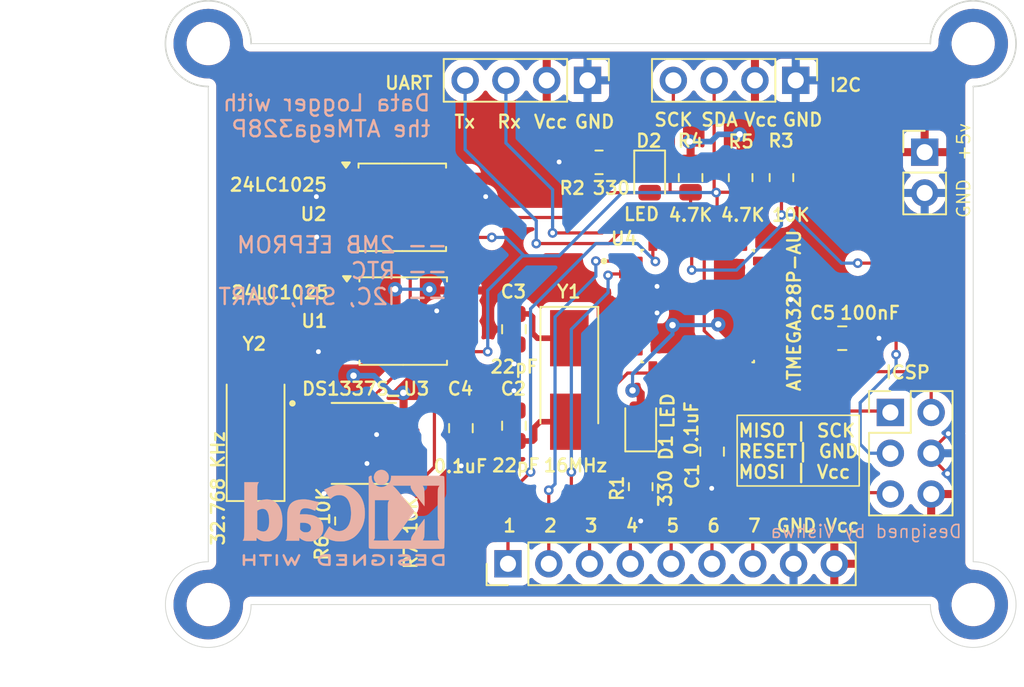
<source format=kicad_pcb>
(kicad_pcb (version 20240108) (generator "pcbnew") (generator_version "8.0")
  (title_block (title "MCU_DataLogger") (date "2025-02-11") (rev "2 Layer PCB"))
  (layers (0 "F.Cu" mixed) (31 "B.Cu" mixed) (34 "B.Paste" user) (35 "F.Paste" user) (36 "B.SilkS" user "B.Silkscreen") (37 "F.SilkS" user "F.Silkscreen") (38 "B.Mask" user) (39 "F.Mask" user) (44 "Edge.Cuts" user))
  (property "MCU_DataLogger" "MCU Data Logger with memory and clock")
  (net 0 "")
  (net 1 "GND")
  (net 2 "Net-(U4-PB0)")
  (net 3 "Net-(U4-PB7)")
  (net 4 "Net-(U4-PB6)")
  (net 5 "/Vcc")
  (net 6 "Net-(D1-K)")
  (net 7 "/SCK")
  (net 8 "Net-(D2-K)")
  (net 9 "/SDA")
  (net 10 "/TX")
  (net 11 "/RX")
  (net 12 "/D4")
  (net 13 "/D8")
  (net 14 "/D5")
  (net 15 "/D7")
  (net 16 "/D2")
  (net 17 "/D6")
  (net 18 "/D3")
  (net 19 "/MOSI")
  (net 20 "/RESET")
  (net 21 "/MISO")
  (net 22 "Net-(U3-~{INTA})")
  (net 23 "Net-(U3-SQW{slash}~INT)")
  (net 24 "Net-(U3-X1)")
  (net 25 "Net-(U3-X2)")
  (footprint "Connector_PinHeader_2.54mm:PinHeader_2x03_P2.54mm_Vertical" (layer "F.Cu") (at 138.9888 96.6216)
    (property "Reference" "J4" (hide yes))
    (property "Value" "Conn_02x03_Counter_Clockwise" (hide yes))
    (pad "1" thru_hole rect (at 0 0) (size 1.7 1.7) (drill 1) (layers "*.Cu" "*.Mask") (net 21 "/MISO"))
    (pad "2" thru_hole oval (at 2.54 0) (size 1.7 1.7) (drill 1) (layers "*.Cu" "*.Mask") (net 7 "/SCK"))
    (pad "3" thru_hole oval (at 0 2.54) (size 1.7 1.7) (drill 1) (layers "*.Cu" "*.Mask") (net 20 "/RESET"))
    (pad "4" thru_hole oval (at 2.54 2.54) (size 1.7 1.7) (drill 1) (layers "*.Cu" "*.Mask") (net 1 "GND"))
    (pad "5" thru_hole oval (at 0 5.08) (size 1.7 1.7) (drill 1) (layers "*.Cu" "*.Mask") (net 19 "/MOSI"))
    (pad "6" thru_hole oval (at 2.54 5.08) (size 1.7 1.7) (drill 1) (layers "*.Cu" "*.Mask") (net 5 "/Vcc"))
  )
  (footprint "Resistor_SMD:R_0805_2012Metric" (layer "F.Cu") (at 107.4 104 90)
    (property "Reference" "R7" (at -1.5748 1.7272 90) (layer "F.SilkS") (effects (font (size 0.8 0.8))))
    (property "Value" "10K" (at 0.9652 1.7272 90) (layer "F.SilkS") (effects (font (size 0.8 0.8))))
    (pad "1" smd roundrect (at -0.9125 0 90) (size 1.025 1.4) (layers "F.Cu" "F.Paste" "F.Mask") (roundrect_rratio 0.243902) (net 5 "/Vcc"))
    (pad "2" smd roundrect (at 0.9125 0 90) (size 1.025 1.4) (layers "F.Cu" "F.Paste" "F.Mask") (roundrect_rratio 0.243902) (net 23 "Net-(U3-SQW{slash}~INT)"))
  )
  (footprint "Resistor_SMD:R_0805_2012Metric" (layer "F.Cu") (at 120.85 81.05)
    (property "Reference" "R2" (at -1.6732 1.6016 0) (layer "F.SilkS") (effects (font (size 0.8 0.8))))
    (property "Value" "330" (at 0.7652 1.6016 0) (layer "F.SilkS") (effects (font (size 0.8 0.8))))
    (pad "1" smd roundrect (at -0.9125 0) (size 1.025 1.4) (layers "F.Cu" "F.Paste" "F.Mask") (roundrect_rratio 0.243902) (net 1 "GND"))
    (pad "2" smd roundrect (at 0.9125 0) (size 1.025 1.4) (layers "F.Cu" "F.Paste" "F.Mask") (roundrect_rratio 0.243902) (net 8 "Net-(D2-K)"))
  )
  (footprint "Crystal:Crystal_SMD_5032-2Pin_5.0x3.2mm_HandSoldering" (layer "F.Cu") (at 99.4664 97.5868 90)
    (property "Reference" "Y2" (at 5.2324 -0.0762 180) (layer "F.SilkS") (effects (font (size 0.8 0.8))))
    (property "Value" "32.768 KHz" (at -3.7592 -2.3368 90) (layer "F.SilkS") (effects (font (size 0.8 0.8))))
    (pad "1" smd rect (at -2.6 0 90) (size 3.5 2.4) (layers "F.Cu" "F.Paste" "F.Mask") (net 25 "Net-(U3-X2)"))
    (pad "2" smd rect (at 2.6 0 90) (size 3.5 2.4) (layers "F.Cu" "F.Paste" "F.Mask") (net 24 "Net-(U3-X1)"))
  )
  (footprint "Capacitor_SMD:C_0805_2012Metric" (layer "F.Cu") (at 127.889 99.06 90)
    (property "Reference" "C1" (at -1.5372 -1.2382 90) (layer "F.SilkS") (effects (font (size 0.8 0.8))))
    (property "Value" "0.1uF" (at 1.46 -1.289 90) (layer "F.SilkS") (effects (font (size 0.8 0.8))))
    (pad "1" smd roundrect (at -0.95 0 90) (size 1 1.45) (layers "F.Cu" "F.Paste" "F.Mask") (net 1 "GND"))
    (pad "2" smd roundrect (at 0.95 0 90) (size 1 1.45) (layers "F.Cu" "F.Paste" "F.Mask") (net 2 "Net-(U4-PB0)"))
  )
  (footprint "Package_SO:SOIC-8_5.23x5.23mm_P1.27mm" (layer "F.Cu") (at 108.6 83.85)
    (property "Reference" "U2" (at -5.5268 0.4272 180) (layer "F.SilkS") (effects (font (size 0.8 0.8))))
    (property "Value" "24LC1025" (at -7.7112 -1.4016 180) (layer "F.SilkS") (effects (font (size 0.8 0.8))))
    (pad "1" smd roundrect (at -3.6 -1.905) (size 1.6 0.6) (layers "F.Cu" "F.Paste" "F.Mask") (net 5 "/Vcc"))
    (pad "2" smd roundrect (at -3.6 -0.635) (size 1.6 0.6) (layers "F.Cu" "F.Paste" "F.Mask") (net 1 "GND"))
    (pad "3" smd roundrect (at -3.6 0.635) (size 1.6 0.6) (layers "F.Cu" "F.Paste" "F.Mask") (net 5 "/Vcc"))
    (pad "4" smd roundrect (at -3.6 1.905) (size 1.6 0.6) (layers "F.Cu" "F.Paste" "F.Mask") (net 1 "GND"))
    (pad "5" smd roundrect (at 3.6 1.905) (size 1.6 0.6) (layers "F.Cu" "F.Paste" "F.Mask") (net 9 "/SDA"))
    (pad "6" smd roundrect (at 3.6 0.635) (size 1.6 0.6) (layers "F.Cu" "F.Paste" "F.Mask") (net 7 "/SCK"))
    (pad "7" smd roundrect (at 3.6 -0.635) (size 1.6 0.6) (layers "F.Cu" "F.Paste" "F.Mask") (net 1 "GND"))
    (pad "8" smd roundrect (at 3.6 -1.905) (size 1.6 0.6) (layers "F.Cu" "F.Paste" "F.Mask") (net 5 "/Vcc"))
  )
  (footprint "DS1337S_:SOIC127P600X175-8N" (layer "F.Cu") (at 106.205 98.55)
    (property "Reference" "U3" (at 3.269 -3.4016 0) (layer "F.SilkS") (effects (font (size 0.8 0.8))))
    (property "Value" "DS1337S_" (at -0.8458 -3.4016 0) (layer "F.SilkS") (effects (font (size 0.8 0.8))))
    (pad "1" smd roundrect (at -2.475 -1.905) (size 1.97 0.59) (layers "F.Cu" "F.Paste" "F.Mask") (roundrect_rratio 0.125) (net 24 "Net-(U3-X1)"))
    (pad "2" smd roundrect (at -2.475 -0.635) (size 1.97 0.59) (layers "F.Cu" "F.Paste" "F.Mask") (roundrect_rratio 0.125) (net 25 "Net-(U3-X2)"))
    (pad "3" smd roundrect (at -2.475 0.635) (size 1.97 0.59) (layers "F.Cu" "F.Paste" "F.Mask") (roundrect_rratio 0.125) (net 22 "Net-(U3-~{INTA})"))
    (pad "4" smd roundrect (at -2.475 1.905) (size 1.97 0.59) (layers "F.Cu" "F.Paste" "F.Mask") (roundrect_rratio 0.125) (net 1 "GND"))
    (pad "5" smd roundrect (at 2.475 1.905) (size 1.97 0.59) (layers "F.Cu" "F.Paste" "F.Mask") (roundrect_rratio 0.125) (net 9 "/SDA"))
    (pad "6" smd roundrect (at 2.475 0.635) (size 1.97 0.59) (layers "F.Cu" "F.Paste" "F.Mask") (roundrect_rratio 0.125) (net 7 "/SCK"))
    (pad "7" smd roundrect (at 2.475 -0.635) (size 1.97 0.59) (layers "F.Cu" "F.Paste" "F.Mask") (roundrect_rratio 0.125) (net 23 "Net-(U3-SQW{slash}~INT)"))
    (pad "8" smd roundrect (at 2.475 -1.905) (size 1.97 0.59) (layers "F.Cu" "F.Paste" "F.Mask") (roundrect_rratio 0.125) (net 5 "/Vcc"))
  )
  (footprint "Resistor_SMD:R_0805_2012Metric" (layer "F.Cu") (at 129.667 82 -90)
    (property "Reference" "R5" (at -2.244 -0.0254 180) (layer "F.SilkS") (effects (font (size 0.8 0.8))))
    (property "Value" "4.7K" (at 2.328 -0.127 180) (layer "F.SilkS") (effects (font (size 0.8 0.8))))
    (pad "1" smd roundrect (at -0.9125 0 270) (size 1.025 1.4) (layers "F.Cu" "F.Paste" "F.Mask") (roundrect_rratio 0.243902) (net 5 "/Vcc"))
    (pad "2" smd roundrect (at 0.9125 0 270) (size 1.025 1.4) (layers "F.Cu" "F.Paste" "F.Mask") (roundrect_rratio 0.243902) (net 9 "/SDA"))
  )
  (footprint "MountingHole:MountingHole_2.2mm_M2" (layer "F.Cu") (at 96.519999 108.585)
    (property "Reference" "H1" (hide yes))
    (property "Value" "MountingHole" (hide yes))
    (pad "" np_thru_hole circle (at 0 0) (size 2.2 2.2) (drill 2.2) (layers "*.Cu" "*.Mask"))
  )
  (footprint "Resistor_SMD:R_0805_2012Metric" (layer "F.Cu") (at 105.156 103.378 90)
    (property "Reference" "R6" (at -1.6764 -1.5748 90) (layer "F.SilkS") (effects (font (size 0.8 0.8))))
    (property "Value" "10K" (at 0.9144 -1.4732 90) (layer "F.SilkS") (effects (font (size 0.8 0.8))))
    (pad "1" smd roundrect (at -0.9125 0 90) (size 1.025 1.4) (layers "F.Cu" "F.Paste" "F.Mask") (roundrect_rratio 0.243902) (net 5 "/Vcc"))
    (pad "2" smd roundrect (at 0.9125 0 90) (size 1.025 1.4) (layers "F.Cu" "F.Paste" "F.Mask") (roundrect_rratio 0.243902) (net 22 "Net-(U3-~{INTA})"))
  )
  (footprint "MountingHole:MountingHole_2.2mm_M2" (layer "F.Cu") (at 144.145 108.585)
    (property "Reference" "H4" (hide yes))
    (property "Value" "MountingHole" (hide yes))
    (pad "" np_thru_hole circle (at 0 0) (size 2.2 2.2) (drill 2.2) (layers "*.Cu" "*.Mask"))
  )
  (footprint "LED_SMD:LED_0805_2012Metric" (layer "F.Cu") (at 123.444 97.3605 90)
    (property "Reference" "D1" (at -1.4455 1.5748 90) (layer "F.SilkS") (effects (font (size 0.8 0.8))))
    (property "Value" "LED" (at 0.8405 1.6764 90) (layer "F.SilkS") (effects (font (size 0.8 0.8))))
    (pad "1" smd roundrect (at -0.9375 0 90) (size 0.975 1.4) (layers "F.Cu" "F.Paste" "F.Mask") (net 6 "Net-(D1-K)"))
    (pad "2" smd roundrect (at 0.9375 0 90) (size 0.975 1.4) (layers "F.Cu" "F.Paste" "F.Mask") (net 5 "/Vcc"))
  )
  (footprint "Resistor_SMD:R_0805_2012Metric" (layer "F.Cu") (at 123.444 101.2425 -90)
    (property "Reference" "R1" (at 0.1035 1.4732 90) (layer "F.SilkS") (effects (font (size 0.8 0.8))))
    (property "Value" "330" (at 0.1035 -1.524 90) (layer "F.SilkS") (effects (font (size 0.8 0.8))))
    (pad "1" smd roundrect (at -0.9125 0 270) (size 1.025 1.4) (layers "F.Cu" "F.Paste" "F.Mask") (roundrect_rratio 0.243902) (net 6 "Net-(D1-K)"))
    (pad "2" smd roundrect (at 0.9125 0 270) (size 1.025 1.4) (layers "F.Cu" "F.Paste" "F.Mask") (roundrect_rratio 0.243902) (net 1 "GND"))
  )
  (footprint "MountingHole:MountingHole_2.2mm_M2" (layer "F.Cu") (at 96.52 73.66)
    (property "Reference" "H2" (hide yes))
    (property "Value" "MountingHole" (hide yes))
    (pad "" np_thru_hole circle (at 0 0) (size 2.2 2.2) (drill 2.2) (layers "*.Cu" "*.Mask"))
  )
  (footprint "Capacitor_SMD:C_0805_2012Metric" (layer "F.Cu") (at 115.55 91.44 90)
    (property "Reference" "C3" (at 2.3368 -0.0308 180) (layer "F.SilkS") (effects (font (size 0.8 0.8))))
    (property "Value" "22pF" (at -2.3368 0.02 180) (layer "F.SilkS") (effects (font (size 0.8 0.8))))
    (pad "1" smd roundrect (at -0.95 0 90) (size 1 1.45) (layers "F.Cu" "F.Paste" "F.Mask") (net 1 "GND"))
    (pad "2" smd roundrect (at 0.95 0 90) (size 1 1.45) (layers "F.Cu" "F.Paste" "F.Mask") (net 4 "Net-(U4-PB6)"))
  )
  (footprint "Connector_PinHeader_2.54mm:PinHeader_1x04_P2.54mm_Vertical" (layer "F.Cu") (at 120.132 75.946 -90)
    (property "Reference" "J2" (hide yes))
    (property "Value" "Conn_01x04_Pin" (hide yes))
    (pad "1" thru_hole rect (at 0 0 270) (size 1.7 1.7) (drill 1) (layers "*.Cu" "*.Mask") (net 1 "GND"))
    (pad "2" thru_hole oval (at 0 2.54 270) (size 1.7 1.7) (drill 1) (layers "*.Cu" "*.Mask") (net 5 "/Vcc"))
    (pad "3" thru_hole oval (at 0 5.08 270) (size 1.7 1.7) (drill 1) (layers "*.Cu" "*.Mask") (net 11 "/RX"))
    (pad "4" thru_hole oval (at 0 7.62 270) (size 1.7 1.7) (drill 1) (layers "*.Cu" "*.Mask") (net 10 "/TX"))
  )
  (footprint "Capacitor_SMD:C_0805_2012Metric" (layer "F.Cu") (at 115.55 97.45 -90)
    (property "Reference" "C2" (at -2.3016 0.0308 180) (layer "F.SilkS") (effects (font (size 0.8 0.8))))
    (property "Value" "22pF" (at 2.4736 -0.1216 180) (layer "F.SilkS") (effects (font (size 0.8 0.8))))
    (pad "1" smd roundrect (at -0.95 0 270) (size 1 1.45) (layers "F.Cu" "F.Paste" "F.Mask") (net 1 "GND"))
    (pad "2" smd roundrect (at 0.95 0 270) (size 1 1.45) (layers "F.Cu" "F.Paste" "F.Mask") (net 3 "Net-(U4-PB7)"))
  )
  (footprint "Connector_PinHeader_2.54mm:PinHeader_1x09_P2.54mm_Vertical" (layer "F.Cu") (at 115.18 106.045 90)
    (property "Reference" "J3" (hide yes))
    (property "Value" "Conn_01x09_Pin" (hide yes))
    (pad "1" thru_hole rect (at 0 0 90) (size 1.7 1.7) (drill 1) (layers "*.Cu" "*.Mask") (net 16 "/D2"))
    (pad "2" thru_hole oval (at 0 2.54 90) (size 1.7 1.7) (drill 1) (layers "*.Cu" "*.Mask") (net 18 "/D3"))
    (pad "3" thru_hole oval (at 0 5.08 90) (size 1.7 1.7) (drill 1) (layers "*.Cu" "*.Mask") (net 12 "/D4"))
    (pad "4" thru_hole oval (at 0 7.62 90) (size 1.7 1.7) (drill 1) (layers "*.Cu" "*.Mask") (net 14 "/D5"))
    (pad "5" thru_hole oval (at 0 10.16 90) (size 1.7 1.7) (drill 1) (layers "*.Cu" "*.Mask") (net 17 "/D6"))
    (pad "6" thru_hole oval (at 0 12.7 90) (size 1.7 1.7) (drill 1) (layers "*.Cu" "*.Mask") (net 15 "/D7"))
    (pad "7" thru_hole oval (at 0 15.24 90) (size 1.7 1.7) (drill 1) (layers "*.Cu" "*.Mask") (net 13 "/D8"))
    (pad "8" thru_hole oval (at 0 17.78 90) (size 1.7 1.7) (drill 1) (layers "*.Cu" "*.Mask") (net 1 "GND"))
    (pad "9" thru_hole oval (at 0 20.32 90) (size 1.7 1.7) (drill 1) (layers "*.Cu" "*.Mask") (net 5 "/Vcc"))
  )
  (footprint "Package_SO:SOIC-8_5.23x5.23mm_P1.27mm" (layer "F.Cu") (at 108.658 90.932)
    (property "Reference" "U1" (at -5.534 0 180) (layer "F.SilkS") (effects (font (size 0.8 0.8))))
    (property "Value" "24LC1025" (at -7.6676 -1.778 180) (layer "F.SilkS") (effects (font (size 0.8 0.8))))
    (pad "1" smd roundrect (at -3.6 -1.905) (size 1.6 0.6) (layers "F.Cu" "F.Paste" "F.Mask") (net 5 "/Vcc"))
    (pad "2" smd roundrect (at -3.6 -0.635) (size 1.6 0.6) (layers "F.Cu" "F.Paste" "F.Mask") (net 5 "/Vcc"))
    (pad "3" smd roundrect (at -3.6 0.635) (size 1.6 0.6) (layers "F.Cu" "F.Paste" "F.Mask") (net 5 "/Vcc"))
    (pad "4" smd roundrect (at -3.6 1.905) (size 1.6 0.6) (layers "F.Cu" "F.Paste" "F.Mask") (net 1 "GND"))
    (pad "5" smd roundrect (at 3.6 1.905) (size 1.6 0.6) (layers "F.Cu" "F.Paste" "F.Mask") (net 9 "/SDA"))
    (pad "6" smd roundrect (at 3.6 0.635) (size 1.6 0.6) (layers "F.Cu" "F.Paste" "F.Mask") (net 7 "/SCK"))
    (pad "7" smd roundrect (at 3.6 -0.635) (size 1.6 0.6) (layers "F.Cu" "F.Paste" "F.Mask") (net 1 "GND"))
    (pad "8" smd roundrect (at 3.6 -1.905) (size 1.6 0.6) (layers "F.Cu" "F.Paste" "F.Mask") (net 5 "/Vcc"))
  )
  (footprint "Connector_PinHeader_2.54mm:PinHeader_1x02_P2.54mm_Vertical" (layer "F.Cu") (at 141.1224 80.4164)
    (property "Reference" "BT1" (hide yes))
    (property "Value" "Battery_Cell" (hide yes))
    (pad "1" thru_hole rect (at 0 0) (size 1.7 1.7) (drill 1) (layers "*.Cu" "*.Mask") (net 5 "/Vcc"))
    (pad "2" thru_hole oval (at 0 2.54) (size 1.7 1.7) (drill 1) (layers "*.Cu" "*.Mask") (net 1 "GND"))
  )
  (footprint "Resistor_SMD:R_0805_2012Metric" (layer "F.Cu") (at 126.55 82 -90)
    (property "Reference" "R4" (at -2.2948 0.0072 180) (layer "F.SilkS") (effects (font (size 0.8 0.8))))
    (property "Value" "4.7K" (at 2.328 0.0072 180) (layer "F.SilkS") (effects (font (size 0.8 0.8))))
    (pad "1" smd roundrect (at -0.9125 0 270) (size 1.025 1.4) (layers "F.Cu" "F.Paste" "F.Mask") (roundrect_rratio 0.243902) (net 5 "/Vcc"))
    (pad "2" smd roundrect (at 0.9125 0 270) (size 1.025 1.4) (layers "F.Cu" "F.Paste" "F.Mask") (roundrect_rratio 0.243902) (net 7 "/SCK"))
  )
  (footprint "Capacitor_SMD:C_0805_2012Metric" (layer "F.Cu") (at 112.25 97.6 -90)
    (property "Reference" "C4" (at -2.4516 0.0328 180) (layer "F.SilkS") (effects (font (size 0.8 0.8))))
    (property "Value" "0.1uF" (at 2.3744 0.0328 180) (layer "F.SilkS") (effects (font (size 0.8 0.8))))
    (pad "1" smd roundrect (at -0.95 0 270) (size 1 1.45) (layers "F.Cu" "F.Paste" "F.Mask") (net 5 "/Vcc"))
    (pad "2" smd roundrect (at 0.95 0 270) (size 1 1.45) (layers "F.Cu" "F.Paste" "F.Mask") (net 1 "GND"))
  )
  (footprint "MountingHole:MountingHole_2.2mm_M2" (layer "F.Cu") (at 144.145 73.66)
    (property "Reference" "H3" (hide yes))
    (property "Value" "MountingHole" (hide yes))
    (pad "" np_thru_hole circle (at 0 0) (size 2.2 2.2) (drill 2.2) (layers "*.Cu" "*.Mask"))
  )
  (footprint "ATMEGA328P-AU:QFP80P900X900X120-32N" (layer "F.Cu") (at 127 90)
    (property "Reference" "U4" (at -4.6 -4.2 180) (layer "F.SilkS") (effects (font (size 0.8 0.8))))
    (property "Value" "ATMEGA328P-AU" (at 5.9944 0.2716 -90) (layer "F.SilkS") (effects (font (size 0.8 0.8))))
    (pad "1" smd roundrect (at -4.17 -2.8) (size 1.47 0.55) (layers "F.Cu" "F.Paste" "F.Mask") (roundrect_rratio 0.125) (net 18 "/D3"))
    (pad "2" smd roundrect (at -4.17 -2) (size 1.47 0.55) (layers "F.Cu" "F.Paste" "F.Mask") (roundrect_rratio 0.125) (net 12 "/D4"))
    (pad "3" smd roundrect (at -4.17 -1.2) (size 1.47 0.55) (layers "F.Cu" "F.Paste" "F.Mask") (roundrect_rratio 0.125) (net 1 "GND"))
    (pad "4" smd roundrect (at -4.17 -0.4) (size 1.47 0.55) (layers "F.Cu" "F.Paste" "F.Mask") (roundrect_rratio 0.125) (net 5 "/Vcc"))
    (pad "5" smd roundrect (at -4.17 0.4) (size 1.47 0.55) (layers "F.Cu" "F.Paste" "F.Mask") (roundrect_rratio 0.125) (net 1 "GND"))
    (pad "6" smd roundrect (at -4.17 1.2) (size 1.47 0.55) (layers "F.Cu" "F.Paste" "F.Mask") (roundrect_rratio 0.125) (net 5 "/Vcc"))
    (pad "7" smd roundrect (at -4.17 2) (size 1.47 0.55) (layers "F.Cu" "F.Paste" "F.Mask") (roundrect_rratio 0.125) (net 4 "Net-(U4-PB6)"))
    (pad "8" smd roundrect (at -4.17 2.8) (size 1.47 0.55) (layers "F.Cu" "F.Paste" "F.Mask") (roundrect_rratio 0.125) (net 3 "Net-(U4-PB7)"))
    (pad "9" smd roundrect (at -2.8 4.17) (size 0.55 1.47) (layers "F.Cu" "F.Paste" "F.Mask") (roundrect_rratio 0.125) (net 14 "/D5"))
    (pad "10" smd roundrect (at -2 4.17) (size 0.55 1.47) (layers "F.Cu" "F.Paste" "F.Mask") (roundrect_rratio 0.125) (net 17 "/D6"))
    (pad "11" smd roundrect (at -1.2 4.17) (size 0.55 1.47) (layers "F.Cu" "F.Paste" "F.Mask") (roundrect_rratio 0.125) (net 15 "/D7"))
    (pad "12" smd roundrect (at -0.4 4.17) (size 0.55 1.47) (layers "F.Cu" "F.Paste" "F.Mask") (roundrect_rratio 0.125) (net 2 "Net-(U4-PB0)"))
    (pad "13" smd roundrect (at 0.4 4.17) (size 0.55 1.47) (layers "F.Cu" "F.Paste" "F.Mask") (roundrect_rratio 0.125) (net 13 "/D8"))
    (pad "14" smd roundrect (at 1.2 4.17) (size 0.55 1.47) (layers "F.Cu" "F.Paste" "F.Mask") (roundrect_rratio 0.125))
    (pad "15" smd roundrect (at 2 4.17) (size 0.55 1.47) (layers "F.Cu" "F.Paste" "F.Mask") (roundrect_rratio 0.125) (net 19 "/MOSI"))
    (pad "16" smd roundrect (at 2.8 4.17) (size 0.55 1.47) (layers "F.Cu" "F.Paste" "F.Mask") (roundrect_rratio 0.125) (net 21 "/MISO"))
    (pad "17" smd roundrect (at 4.17 2.8) (size 1.47 0.55) (layers "F.Cu" "F.Paste" "F.Mask") (roundrect_rratio 0.125) (net 7 "/SCK"))
    (pad "18" smd roundrect (at 4.17 2) (size 1.47 0.55) (layers "F.Cu" "F.Paste" "F.Mask") (roundrect_rratio 0.125) (net 5 "/Vcc"))
    (pad "19" smd roundrect (at 4.17 1.2) (size 1.47 0.55) (layers "F.Cu" "F.Paste" "F.Mask") (roundrect_rratio 0.125))
    (pad "20" smd roundrect (at 4.17 0.4) (size 1.47 0.55) (layers "F.Cu" "F.Paste" "F.Mask") (roundrect_rratio 0.125))
    (pad "21" smd roundrect (at 4.17 -0.4) (size 1.47 0.55) (layers "F.Cu" "F.Paste" "F.Mask") (roundrect_rratio 0.125) (net 1 "GND"))
    (pad "22" smd roundrect (at 4.17 -1.2) (size 1.47 0.55) (layers "F.Cu" "F.Paste" "F.Mask") (roundrect_rratio 0.125))
    (pad "23" smd roundrect (at 4.17 -2) (size 1.47 0.55) (layers "F.Cu" "F.Paste" "F.Mask") (roundrect_rratio 0.125))
    (pad "24" smd roundrect (at 4.17 -2.8) (size 1.47 0.55) (layers "F.Cu" "F.Paste" "F.Mask") (roundrect_rratio 0.125))
    (pad "25" smd roundrect (at 2.8 -4.17) (size 0.55 1.47) (layers "F.Cu" "F.Paste" "F.Mask") (roundrect_rratio 0.125))
    (pad "26" smd roundrect (at 2 -4.17) (size 0.55 1.47) (layers "F.Cu" "F.Paste" "F.Mask") (roundrect_rratio 0.125))
    (pad "27" smd roundrect (at 1.2 -4.17) (size 0.55 1.47) (layers "F.Cu" "F.Paste" "F.Mask") (roundrect_rratio 0.125) (net 9 "/SDA"))
    (pad "28" smd roundrect (at 0.4 -4.17) (size 0.55 1.47) (layers "F.Cu" "F.Paste" "F.Mask") (roundrect_rratio 0.125) (net 7 "/SCK"))
    (pad "29" smd roundrect (at -0.4 -4.17) (size 0.55 1.47) (layers "F.Cu" "F.Paste" "F.Mask") (roundrect_rratio 0.125) (net 20 "/RESET"))
    (pad "30" smd roundrect (at -1.2 -4.17) (size 0.55 1.47) (layers "F.Cu" "F.Paste" "F.Mask") (roundrect_rratio 0.125) (net 11 "/RX"))
    (pad "31" smd roundrect (at -2 -4.17) (size 0.55 1.47) (layers "F.Cu" "F.Paste" "F.Mask") (roundrect_rratio 0.125) (net 10 "/TX"))
    (pad "32" smd roundrect (at -2.8 -4.17) (size 0.55 1.47) (layers "F.Cu" "F.Paste" "F.Mask") (roundrect_rratio 0.125) (net 16 "/D2"))
  )
  (footprint "LED_SMD:LED_0805_2012Metric" (layer "F.Cu") (at 124 82 -90)
    (property "Reference" "D2" (at -2.2948 0.048 180) (layer "F.SilkS") (effects (font (size 0.8 0.8))))
    (property "Value" "LED" (at 2.2772 0.5052 180) (layer "F.SilkS") (effects (font (size 0.8 0.8))))
    (pad "1" smd roundrect (at -0.9375 0 270) (size 0.975 1.4) (layers "F.Cu" "F.Paste" "F.Mask") (net 8 "Net-(D2-K)"))
    (pad "2" smd roundrect (at 0.9375 0 270) (size 0.975 1.4) (layers "F.Cu" "F.Paste" "F.Mask") (net 7 "/SCK"))
  )
  (footprint "Resistor_SMD:R_0805_2012Metric" (layer "F.Cu") (at 132.207 82 -90)
    (property "Reference" "R3" (at -2.2948 0.0254 180) (layer "F.SilkS") (effects (font (size 0.8 0.8))))
    (property "Value" "10K" (at 2.328 -0.5842 180) (layer "F.SilkS") (effects (font (size 0.8 0.8))))
    (pad "1" smd roundrect (at -0.9125 0 270) (size 1.025 1.4) (layers "F.Cu" "F.Paste" "F.Mask") (roundrect_rratio 0.243902) (net 5 "/Vcc"))
    (pad "2" smd roundrect (at 0.9125 0 270) (size 1.025 1.4) (layers "F.Cu" "F.Paste" "F.Mask") (roundrect_rratio 0.243902) (net 20 "/RESET"))
  )
  (footprint "Crystal:Crystal_SMD_5032-2Pin_5.0x3.2mm_HandSoldering" (layer "F.Cu") (at 119 94.6 -90)
    (property "Reference" "Y1" (at -5.4968 0.0264 180) (layer "F.SilkS") (effects (font (size 0.8 0.8))))
    (property "Value" "16MHz" (at 5.3236 -0.38 0) (layer "F.SilkS") (effects (font (size 0.8 0.8))))
    (pad "1" smd rect (at -2.6 0 270) (size 3.5 2.4) (layers "F.Cu" "F.Paste" "F.Mask") (net 4 "Net-(U4-PB6)"))
    (pad "2" smd rect (at 2.6 0 270) (size 3.5 2.4) (layers "F.Cu" "F.Paste" "F.Mask") (net 3 "Net-(U4-PB7)"))
  )
  (footprint "Capacitor_SMD:C_0805_2012Metric" (layer "F.Cu") (at 135.9916 91.9988)
    (property "Reference" "C5" (at -1.2192 -1.5748 0) (layer "F.SilkS") (effects (font (size 0.8 0.8))))
    (property "Value" "100nF" (at 1.7272 -1.5748 0) (layer "F.SilkS") (effects (font (size 0.8 0.8))))
    (pad "1" smd roundrect (at -0.95 0) (size 1 1.45) (layers "F.Cu" "F.Paste" "F.Mask") (net 5 "/Vcc"))
    (pad "2" smd roundrect (at 0.95 0) (size 1 1.45) (layers "F.Cu" "F.Paste" "F.Mask") (net 1 "GND"))
  )
  (footprint "Connector_PinHeader_2.54mm:PinHeader_1x04_P2.54mm_Vertical" (layer "F.Cu") (at 133.096 75.946 -90)
    (property "Reference" "J1" (hide yes))
    (property "Value" "Conn_01x04_Pin" (hide yes))
    (pad "1" thru_hole rect (at 0 0 270) (size 1.7 1.7) (drill 1) (layers "*.Cu" "*.Mask") (net 1 "GND"))
    (pad "2" thru_hole oval (at 0 2.54 270) (size 1.7 1.7) (drill 1) (layers "*.Cu" "*.Mask") (net 5 "/Vcc"))
    (pad "3" thru_hole oval (at 0 5.08 270) (size 1.7 1.7) (drill 1) (layers "*.Cu" "*.Mask") (net 9 "/SDA"))
    (pad "4" thru_hole oval (at 0 7.62 270) (size 1.7 1.7) (drill 1) (layers "*.Cu" "*.Mask") (net 7 "/SCK"))
  )
  (footprint "Symbol:KiCad-Logo2_5mm_SilkScreen" (layer "B.Cu") (at 104.9528 103.1748 180)
    (property "Reference" "REF**" (hide yes))
    (property "Value" "KiCad-Logo2_5mm_SilkScreen" (hide yes))
  )
  (gr_rect (start 129.4484 96.8) (end 137.0484 101.2) (stroke (width 0.1)) (fill none) (layer "F.SilkS"))
  (gr_arc (start 96.52 76.327) (mid 94.634146 71.774146) (end 99.187 73.66) (stroke (width 0.1)) (layer "Edge.Cuts"))
  (gr_line (start 96.52 76.327) (end 96.52 105.918) (stroke (width 0.05)) (layer "Edge.Cuts"))
  (gr_line (start 144.145 105.918) (end 144.145 76.327) (stroke (width 0.05)) (layer "Edge.Cuts"))
  (gr_arc (start 144.145 105.918) (mid 146.030854 110.470854) (end 141.478 108.585) (stroke (width 0.05)) (layer "Edge.Cuts"))
  (gr_arc (start 141.478 73.66) (mid 146.030854 71.774146) (end 144.145 76.327) (stroke (width 0.1)) (layer "Edge.Cuts"))
  (gr_arc (start 99.187 108.585) (mid 94.634146 110.470854) (end 96.52 105.918) (stroke (width 0.05)) (layer "Edge.Cuts"))
  (gr_line (start 99.187 108.585) (end 141.478 108.585) (stroke (width 0.05)) (layer "Edge.Cuts"))
  (gr_line (start 141.478 73.66) (end 99.187 73.66) (stroke (width 0.05)) (layer "Edge.Cuts"))
  (gr_text "-- 2MB EEPROM\n-- RTC\n-- I2C, SPI, UART " (at 111.5 90 0) (layer "B.SilkS") (effects (font (size 1 1)) (justify left bottom mirror)))
  (gr_text "Designed by Vishwa" (at 143.5 104.5 0) (layer "B.SilkS") (effects (font (size 0.8 0.8) (thickness 0.1)) (justify left bottom mirror)))
  (gr_text "Data Logger with\nthe ATMega328P" (at 110.4392 79.5528 0) (layer "B.SilkS") (effects (font (size 1 1)) (justify left bottom mirror)))
  (gr_text "UART" (at 107.442 76.581 0) (layer "F.SilkS") (effects (font (size 0.8 0.8) (thickness 0.15) (bold yes)) (justify left bottom)))
  (gr_text "MISO | SCK\nRESET| GND\nMOSI | Vcc" (at 129.4484 100.8 0) (layer "F.SilkS") (effects (font (size 0.8 0.8)) (justify left bottom)))
  (gr_text "SCK" (at 124.206 78.867 0) (layer "F.SilkS") (effects (font (size 0.8 0.8) (thickness 0.15) (bold yes)) (justify left bottom)))
  (gr_text "6" (at 127.508 104.14 0) (layer "F.SilkS") (effects (font (size 0.8 0.8) (thickness 0.15) (bold yes)) (justify left bottom)))
  (gr_text "3" (at 119.888 104.14 0) (layer "F.SilkS") (effects (font (size 0.8 0.8) (thickness 0.15) (bold yes)) (justify left bottom)))
  (gr_text "5" (at 124.968 104.14 0) (layer "F.SilkS") (effects (font (size 0.8 0.8) (thickness 0.15) (bold yes)) (justify left bottom)))
  (gr_text "SDA" (at 127.127 78.867 0) (layer "F.SilkS") (effects (font (size 0.8 0.8) (thickness 0.15) (bold yes)) (justify left bottom)))
  (gr_text "Vcc" (at 134.874 104.14 0) (layer "F.SilkS") (effects (font (size 0.8 0.8) (thickness 0.15) (bold yes)) (justify left bottom)))
  (gr_text "4" (at 122.428 104.14 0) (layer "F.SilkS") (effects (font (size 0.8 0.8) (thickness 0.15) (bold yes)) (justify left bottom)))
  (gr_text "GND" (at 119.253 78.994 0) (layer "F.SilkS") (effects (font (size 0.8 0.8) (thickness 0.15) (bold yes)) (justify left bottom)))
  (gr_text "GND" (at 144.018 84.582 90) (layer "F.SilkS") (effects (font (size 0.8 0.8) (thickness 0.1)) (justify left bottom)))
  (gr_text "ICSP" (at 138.6 94.6 0) (layer "F.SilkS") (effects (font (size 0.8 0.8) (thickness 0.15) (bold yes)) (justify left bottom)))
  (gr_text "Rx" (at 114.427 78.994 0) (layer "F.SilkS") (effects (font (size 0.8 0.8) (thickness 0.15) (bold yes)) (justify left bottom)))
  (gr_text "I2C" (at 135.128 76.708 0) (layer "F.SilkS") (effects (font (size 0.8 0.8) (thickness 0.15) (bold yes)) (justify left bottom)))
  (gr_text "+5v" (at 144.018 81.026 90) (layer "F.SilkS") (effects (font (size 0.8 0.8) (thickness 0.1)) (justify left bottom)))
  (gr_text "7" (at 130.048 104.14 0) (layer "F.SilkS") (effects (font (size 0.8 0.8) (thickness 0.15) (bold yes)) (justify left bottom)))
  (gr_text "GND" (at 132.207 78.867 0) (layer "F.SilkS") (effects (font (size 0.8 0.8) (thickness 0.15) (bold yes)) (justify left bottom)))
  (gr_text "GND" (at 131.826 104.14 0) (layer "F.SilkS") (effects (font (size 0.8 0.8) (thickness 0.15) (bold yes)) (justify left bottom)))
  (gr_text "2\n" (at 117.348 104.14 0) (layer "F.SilkS") (effects (font (size 0.8 0.8) (thickness 0.15) (bold yes)) (justify left bottom)))
  (gr_text "Vcc" (at 129.794 78.867 0) (layer "F.SilkS") (effects (font (size 0.8 0.8) (thickness 0.15) (bold yes)) (justify left bottom)))
  (gr_text "Tx" (at 111.76 78.994 0) (layer "F.SilkS") (effects (font (size 0.8 0.8) (thickness 0.15) (bold yes)) (justify left bottom)))
  (gr_text "Vcc" (at 116.713 78.994 0) (layer "F.SilkS") (effects (font (size 0.8 0.8) (thickness 0.15) (bold yes)) (justify left bottom)))
  (gr_text "1" (at 114.808 104.14 0) (layer "F.SilkS") (effects (font (size 0.8 0.8) (thickness 0.15) (bold yes)) (justify left bottom)))
  (segment (start 119.9375 81.05) (end 118.388 81.05) (width 0.35) (layer "F.Cu") (net 1))
  (segment (start 115.55 93.579) (end 115.57 93.599) (width 0.35) (layer "F.Cu") (net 1))
  (segment (start 132.78 89.6) (end 131.17 89.6) (width 0.35) (layer "F.Cu") (net 1))
  (segment (start 141.5288 99.1616) (end 141.5288 99.4156) (width 0.2) (layer "F.Cu") (net 1))
  (segment (start 127.889 101.3206) (end 127.8636 101.346) (width 0.2) (layer "F.Cu") (net 1))
  (segment (start 136.9416 91.9988) (end 138.2776 91.9988) (width 0.2) (layer "F.Cu") (net 1))
  (segment (start 141.5288 99.4156) (end 142.5448 100.4316) (width 0.2) (layer "F.Cu") (net 1))
  (segment (start 122.83 90.4) (end 124.436 90.4) (width 0.35) (layer "F.Cu") (net 1))
  (segment (start 105 83.215) (end 103.281 83.215) (width 0.35) (layer "F.Cu") (net 1))
  (segment (start 103.3318 85.755) (end 103.2764 85.6996) (width 0.2) (layer "F.Cu") (net 1))
  (segment (start 123.444 102.155) (end 123.444 103.378) (width 0.2) (layer "F.Cu") (net 1))
  (segment (start 105 85.755) (end 103.3318 85.755) (width 0.35) (layer "F.Cu") (net 1))
  (segment (start 141.5288 99.0092) (end 142.5956 97.9424) (width 0.2) (layer "F.Cu") (net 1))
  (segment (start 105.058 92.837) (end 103.378 92.837) (width 0.35) (layer "F.Cu") (net 1))
  (segment (start 112.258 90.297) (end 110.744 90.297) (width 0.35) (layer "F.Cu") (net 1))
  (segment (start 127.889 100.01) (end 127.889 101.3206) (width 0.2) (layer "F.Cu") (net 1))
  (segment (start 112.25 98.55) (end 112.25 99.931) (width 0.35) (layer "F.Cu") (net 1))
  (segment (start 118.388 81.05) (end 118.364 81.026) (width 0.35) (layer "F.Cu") (net 1))
  (segment (start 115.55 92.39) (end 115.55 93.579) (width 0.35) (layer "F.Cu") (net 1))
  (segment (start 124.436 90.4) (end 124.46 90.424) (width 0.35) (layer "F.Cu") (net 1))
  (segment (start 115.55 95.27) (end 115.55 96.5) (width 0.35) (layer "F.Cu") (net 1))
  (segment (start 112.25 99.931) (end 112.268 99.949) (width 0.35) (layer "F.Cu") (net 1))
  (segment (start 103.281 83.215) (end 103.251 83.185) (width 0.2) (layer "F.Cu") (net 1))
  (segment (start 112.2 83.215) (end 113.762 83.215) (width 0.35) (layer "F.Cu") (net 1))
  (segment (start 103.73 101.67) (end 103.73 100.455) (width 0.25) (layer "F.Cu") (net 1))
  (segment (start 122.83 88.8) (end 124.433 88.8) (width 0.35) (layer "F.Cu") (net 1))
  (segment (start 113.762 83.215) (end 113.792 83.185) (width 0.35) (layer "F.Cu") (net 1))
  (segment (start 141.5288 99.1616) (end 141.5288 99.0092) (width 0.2) (layer "F.Cu") (net 1))
  (segment (start 124.433 88.8) (end 124.46 88.773) (width 0.35) (layer "F.Cu") (net 1))
  (via (at 115.57 93.599) (size 0.5) (drill 0.3) (layers "F.Cu" "B.Cu") (net 1))
  (via (at 127.8636 101.346) (size 0.6) (drill 0.3) (layers "F.Cu" "B.Cu") (net 1))
  (via (at 118.364 81.026) (size 0.5) (drill 0.3) (layers "F.Cu" "B.Cu") (net 1))
  (via (at 138.2776 91.9988) (size 0.6) (drill 0.3) (layers "F.Cu" "B.Cu") (net 1))
  (via (at 113.792 83.185) (size 0.5) (drill 0.3) (layers "F.Cu" "B.Cu") (net 1))
  (via (at 132.78 89.6) (size 0.5) (drill 0.3) (layers "F.Cu" "B.Cu") (net 1))
  (via (at 124.46 90.424) (size 0.5) (drill 0.3) (layers "F.Cu" "B.Cu") (net 1))
  (via (at 103.2764 85.6996) (size 0.6) (drill 0.3) (layers "F.Cu" "B.Cu") (net 1))
  (via (at 142.5448 100.4316) (size 0.6) (drill 0.3) (layers "F.Cu" "B.Cu") (net 1))
  (via (at 103.251 83.185) (size 0.5) (drill 0.3) (layers "F.Cu" "B.Cu") (net 1))
  (via (at 103.73 101.67) (size 0.6) (drill 0.3) (layers "F.Cu" "B.Cu") (net 1))
  (via (at 115.55 95.27) (size 0.5) (drill 0.3) (layers "F.Cu" "B.Cu") (net 1))
  (via (at 103.378 92.837) (size 0.5) (drill 0.3) (layers "F.Cu" "B.Cu") (net 1))
  (via (at 110.744 90.297) (size 0.5) (drill 0.3) (layers "F.Cu" "B.Cu") (net 1))
  (via (at 124.46 88.773) (size 0.5) (drill 0.3) (layers "F.Cu" "B.Cu") (net 1))
  (via (at 142.5956 97.9424) (size 0.6) (drill 0.3) (layers "F.Cu" "B.Cu") (net 1))
  (via (at 112.268 99.949) (size 0.5) (drill 0.3) (layers "F.Cu" "B.Cu") (net 1))
  (via (at 123.444 103.378) (size 0.6) (drill 0.3) (layers "F.Cu" "B.Cu") (net 1))
  (segment (start 141.5288 99.1616) (end 141.5288 98.7552) (width 0.2) (layer "B.Cu") (net 1))
  (segment (start 127.889 98.11) (end 127.889 97.3125) (width 0.2) (layer "F.Cu") (net 2))
  (segment (start 127.889 97.3125) (end 126.6 96.0235) (width 0.2) (layer "F.Cu") (net 2))
  (segment (start 126.6 96.0235) (end 126.6 94.17) (width 0.2) (layer "F.Cu") (net 2))
  (segment (start 115.55 98.4) (end 116.738 98.4) (width 0.35) (layer "F.Cu") (net 3))
  (segment (start 120.9548 93.6752) (end 120.9548 96.7232) (width 0.25) (layer "F.Cu") (net 3))
  (segment (start 121.83 92.8) (end 120.9548 93.6752) (width 0.25) (layer "F.Cu") (net 3))
  (segment (start 120.478 97.2) (end 119 97.2) (width 0.25) (layer "F.Cu") (net 3))
  (segment (start 116.84 98.298) (end 116.84 97.536) (width 0.35) (layer "F.Cu") (net 3))
  (segment (start 116.84 97.536) (end 117.176 97.2) (width 0.35) (layer "F.Cu") (net 3))
  (segment (start 120.9548 96.7232) (end 120.478 97.2) (width 0.25) (layer "F.Cu") (net 3))
  (segment (start 122.83 92.8) (end 121.83 92.8) (width 0.25) (layer "F.Cu") (net 3))
  (segment (start 116.738 98.4) (end 116.84 98.298) (width 0.35) (layer "F.Cu") (net 3))
  (segment (start 117.176 97.2) (end 119 97.2) (width 0.35) (layer "F.Cu") (net 3))
  (segment (start 115.55 90.49) (end 116.525 90.49) (width 0.35) (layer "F.Cu") (net 4))
  (segment (start 116.525 90.49) (end 116.713 90.678) (width 0.35) (layer "F.Cu") (net 4))
  (segment (start 117.019 92) (end 119 92) (width 0.35) (layer "F.Cu") (net 4))
  (segment (start 116.713 90.678) (end 116.713 91.694) (width 0.35) (layer "F.Cu") (net 4))
  (segment (start 116.713 91.694) (end 117.019 92) (width 0.35) (layer "F.Cu") (net 4))
  (segment (start 119 92) (end 122.83 92) (width 0.25) (layer "F.Cu") (net 4))
  (segment (start 110.3376 89.0016) (end 112.2326 89.0016) (width 0.25) (layer "F.Cu") (net 5))
  (segment (start 112.2326 89.0016) (end 112.258 89.027) (width 0.25) (layer "F.Cu") (net 5))
  (segment (start 129.1348 92) (end 128.27 91.1352) (width 0.25) (layer "F.Cu") (net 5))
  (segment (start 122.936 95.25) (end 123.444 95.758) (width 0.25) (layer "F.Cu") (net 5))
  (segment (start 141.1224 80.4164) (end 136.3836 80.4164) (width 0.25) (layer "F.Cu") (net 5))
  (segment (start 125.4252 91.186) (end 125.4112 91.2) (width 0.25) (layer "F.Cu") (net 5))
  (segment (start 121.2596 90.8304) (end 121.6292 91.2) (width 0.25) (layer "F.Cu") (net 5))
  (segment (start 126.55 79.814) (end 126.492 79.756) (width 0.25) (layer "F.Cu") (net 5))
  (segment (start 108.68 95.4212) (end 108.6612 95.4024) (width 0.25) (layer "F.Cu") (net 5))
  (segment (start 122.83 89.6) (end 121.728 89.6) (width 0.25) (layer "F.Cu") (net 5))
  (segment (start 121.728 89.6) (end 121.2596 90.0684) (width 0.25) (layer "F.Cu") (net 5))
  (segment (start 110.2868 88.9508) (end 110.3376 89.0016) (width 0.25) (layer "F.Cu") (net 5))
  (segment (start 108.68 96.645) (end 108.68 95.4212) (width 0.25) (layer "F.Cu") (net 5))
  (segment (start 136.3836 80.4164) (end 135.0416 81.7584) (width 0.25) (layer "F.Cu") (net 5))
  (segment (start 131.17 92) (end 135.0404 92) (width 0.25) (layer "F.Cu") (net 5))
  (segment (start 121.6292 91.2) (end 122.83 91.2) (width 0.25) (layer "F.Cu") (net 5))
  (segment (start 121.2596 90.0684) (end 121.2596 90.8304) (width 0.25) (layer "F.Cu") (net 5))
  (segment (start 129.667 79.375) (end 129.667 81.0875) (width 0.25) (layer "F.Cu") (net 5))
  (segment (start 135.0404 92) (end 135.0416 91.9988) (width 0.25) (layer "F.Cu") (net 5))
  (segment (start 129.6 79.308) (end 129.667 79.375) (width 0.25) (layer "F.Cu") (net 5))
  (segment (start 131.17 92) (end 129.1348 92) (width 0.25) (layer "F.Cu") (net 5))
  (segment (start 125.4112 91.2) (end 122.83 91.2) (width 0.25) (layer "F.Cu") (net 5))
  (segment (start 106.426 89.0016) (end 108.1024 89.0016) (width 0.25) (layer "F.Cu") (net 5))
  (segment (start 126.55 81.0875) (end 126.55 79.814) (width 0.25) (layer "F.Cu") (net 5))
  (segment (start 123.444 95.758) (end 123.444 96.423) (width 0.25) (layer "F.Cu") (net 5))
  (segment (start 108.1024 89.0016) (end 108.1532 88.9508) (width 0.25) (layer "F.Cu") (net 5))
  (segment (start 135.0416 81.7584) (end 135.0416 91.9988) (width 0.25) (layer "F.Cu") (net 5))
  (via (at 105.5624 94.3356) (size 0.9) (drill 0.4) (layers "F.Cu" "B.Cu") (net 5))
  (via (at 110.2868 88.9508) (size 0.9) (drill 0.4) (layers "F.Cu" "B.Cu") (net 5))
  (via (at 122.936 95.25) (size 0.9) (drill 0.4) (layers "F.Cu" "B.Cu") (net 5))
  (via (at 108.1532 88.9508) (size 0.9) (drill 0.4) (layers "F.Cu" "B.Cu") (net 5))
  (via (at 129.6 79.308) (size 0.9) (drill 0.4) (layers "F.Cu" "B.Cu") (net 5))
  (via (at 108.6612 95.4024) (size 0.9) (drill 0.4) (layers "F.Cu" "B.Cu") (net 5))
  (via (at 126.492 79.756) (size 0.9) (drill 0.4) (layers "F.Cu" "B.Cu") (net 5))
  (via (at 128.27 91.1352) (size 0.9) (drill 0.4) (layers "F.Cu" "B.Cu") (net 5))
  (via (at 125.4252 91.186) (size 0.9) (drill 0.4) (layers "F.Cu" "B.Cu") (net 5))
  (segment (start 122.936 94.234) (end 125.4252 91.7448) (width 0.25) (layer "B.Cu") (net 5))
  (segment (start 107.8992 95.4024) (end 108.6612 95.4024) (width 0.35) (layer "B.Cu") (net 5))
  (segment (start 106.8324 94.3356) (end 107.8992 95.4024) (width 0.35) (layer "B.Cu") (net 5))
  (segment (start 127.822 79.756) (end 128.27 79.308) (width 0.35) (layer "B.Cu") (net 5))
  (segment (start 125.4252 91.186) (end 128.2192 91.186) (width 0.25) (layer "B.Cu") (net 5))
  (segment (start 128.2192 91.186) (end 128.27 91.1352) (width 0.2) (layer "B.Cu") (net 5))
  (segment (start 125.4252 91.7448) (end 125.4252 91.186) (width 0.25) (layer "B.Cu") (net 5))
  (segment (start 122.936 95.25) (end 122.936 94.234) (width 0.2) (layer "B.Cu") (net 5))
  (segment (start 110.4392 88.9508) (end 110.49 89.0016) (width 0.2) (layer "B.Cu") (net 5))
  (segment (start 126.492 79.756) (end 127.822 79.756) (width 0.35) (layer "B.Cu") (net 5))
  (segment (start 108.1532 88.9508) (end 110.4392 88.9508) (width 0.2) (layer "B.Cu") (net 5))
  (segment (start 105.5624 94.3356) (end 106.8324 94.3356) (width 0.35) (layer "B.Cu") (net 5))
  (segment (start 128.27 79.308) (end 129.6 79.308) (width 0.35) (layer "B.Cu") (net 5))
  (segment (start 123.444 98.298) (end 123.444 100.33) (width 0.2) (layer "F.Cu") (net 6))
  (segment (start 106.045 96.393) (end 106.045 98.425) (width 0.2) (layer "F.Cu") (net 7))
  (segment (start 109.093 85.471) (end 109.093 90.17) (width 0.2) (layer "F.Cu") (net 7))
  (segment (start 140.683 94.083) (end 134.283 94.083) (width 0.2) (layer "F.Cu") (net 7))
  (segment (start 125.2728 80.796744) (end 125.476 80.593544) (width 0.2) (layer "F.Cu") (net 7))
  (segment (start 124.025 82.9125) (end 124 82.9375) (width 0.2) (layer "F.Cu") (net 7))
  (segment (start 124 82.9375) (end 120.8975 82.9375) (width 0.2) (layer "F.Cu") (net 7))
  (segment (start 109.093 90.17) (end 109.093 93.345) (width 0.2) (layer "F.Cu") (net 7))
  (segment (start 110.49 91.567) (end 112.258 91.567) (width 0.2) (layer "F.Cu") (net 7))
  (segment (start 126.55 83.871) (end 126.55 82.9125) (width 0.2) (layer "F.Cu") (net 7))
  (segment (start 133 92.8) (end 131.17 92.8) (width 0.2) (layer "F.Cu") (net 7))
  (segment (start 119.35 84.485) (end 112.2 84.485) (width 0.2) (layer "F.Cu") (net 7))
  (segment (start 141.5288 96.6216) (end 141.5288 94.9288) (width 0.2) (layer "F.Cu") (net 7))
  (segment (start 134.283 94.083) (end 133 92.8) (width 0.2) (layer "F.Cu") (net 7))
  (segment (start 126.55 82.9125) (end 125.2728 82.9125) (width 0.2) (layer "F.Cu") (net 7))
  (segment (start 120.8975 82.9375) (end 119.35 84.485) (width 0.2) (layer "F.Cu") (net 7))
  (segment (start 141.5288 94.9288) (end 140.683 94.083) (width 0.2) (layer "F.Cu") (net 7))
  (segment (start 128.6648 92.8) (end 127.4 91.5352) (width 0.2) (layer "F.Cu") (net 7))
  (segment (start 109.093 93.345) (end 106.045 96.393) (width 0.2) (layer "F.Cu") (net 7))
  (segment (start 125.2728 82.9125) (end 125.2728 80.796744) (width 0.2) (layer "F.Cu") (net 7))
  (segment (start 127.4 85.83) (end 127.4 84.721) (width 0.2) (layer "F.Cu") (net 7))
  (segment (start 127.4 84.721) (end 126.55 83.871) (width 0.2) (layer "F.Cu") (net 7))
  (segment (start 131.17 92.8) (end 128.6648 92.8) (width 0.2) (layer "F.Cu") (net 7))
  (segment (start 110.079 84.485) (end 109.093 85.471) (width 0.2) (layer "F.Cu") (net 7))
  (segment (start 112.2 84.485) (end 110.079 84.485) (width 0.2) (layer "F.Cu") (net 7))
  (segment (start 109.093 90.17) (end 110.49 91.567) (width 0.2) (layer "F.Cu") (net 7))
  (segment (start 106.805 99.185) (end 108.68 99.185) (width 0.2) (layer "F.Cu") (net 7))
  (segment (start 106.045 98.425) (end 106.805 99.185) (width 0.2) (layer "F.Cu") (net 7))
  (segment (start 125.476 80.593544) (end 125.476 75.946) (width 0.2) (layer "F.Cu") (net 7))
  (segment (start 125.2728 82.9125) (end 124.025 82.9125) (width 0.2) (layer "F.Cu") (net 7))
  (segment (start 127.4 91.5352) (end 127.4 85.83) (width 0.2) (layer "F.Cu") (net 7))
  (segment (start 121.7625 81.05) (end 123.9875 81.05) (width 0.2) (layer "F.Cu") (net 8))
  (segment (start 123.9875 81.05) (end 124 81.0625) (width 0.2) (layer "F.Cu") (net 8))
  (segment (start 129.667 82.9125) (end 128.1615 82.9125) (width 0.2) (layer "F.Cu") (net 9))
  (segment (start 128.143 82.931) (end 128.016 82.804) (width 0.2) (layer "F.Cu") (net 9))
  (segment (start 128.1615 82.9125) (end 128.143 82.931) (width 0.2) (layer "F.Cu") (net 9))
  (segment (start 110.1344 100.4824) (end 108.7074 100.4824) (width 0.2) (layer "F.Cu") (net 9))
  (segment (start 108.7074 100.4824) (end 108.68 100.455) (width 0.2) (layer "F.Cu") (net 9))
  (segment (start 113.919 92.837) (end 112.258 92.837) (width 0.2) (layer "F.Cu") (net 9))
  (segment (start 112.23 85.725) (end 112.2 85.755) (width 0.2) (layer "F.Cu") (net 9))
  (segment (start 128.2 85.83) (end 128.2 82.988) (width 0.2) (layer "F.Cu") (net 9))
  (segment (start 110.6 93.4636) (end 110.6 100.0168) (width 0.2) (layer "F.Cu") (net 9))
  (segment (start 110.6 100.0168) (end 110.1344 100.4824) (width 0.2) (layer "F.Cu") (net 9))
  (segment (start 114.173 85.725) (end 112.23 85.725) (width 0.2) (layer "F.Cu") (net 9))
  (segment (start 128.2 82.988) (end 128.143 82.931) (width 0.2) (layer "F.Cu") (net 9))
  (segment (start 112.258 92.837) (end 111.2266 92.837) (width 0.2) (layer "F.Cu") (net 9))
  (segment (start 128.016 82.804) (end 128.016 75.946) (width 0.2) (layer "F.Cu") (net 9))
  (segment (start 111.2266 92.837) (end 110.6 93.4636) (width 0.2) (layer "F.Cu") (net 9))
  (via (at 128.143 82.931) (size 0.6) (drill 0.3) (layers "F.Cu" "B.Cu") (net 9))
  (via (at 114.173 85.725) (size 0.6) (drill 0.3) (layers "F.Cu" "B.Cu") (net 9))
  (via (at 113.919 92.837) (size 0.6) (drill 0.3) (layers "F.Cu" "B.Cu") (net 9))
  (segment (start 115.0366 85.725) (end 114.173 85.725) (width 0.2) (layer "B.Cu") (net 9))
  (segment (start 116.1796 86.868) (end 115.0366 85.725) (width 0.2) (layer "B.Cu") (net 9))
  (segment (start 118.364 86.868) (end 122.301 82.931) (width 0.2) (layer "B.Cu") (net 9))
  (segment (start 122.301 82.931) (end 128.143 82.931) (width 0.2) (layer "B.Cu") (net 9))
  (segment (start 116.078 86.868) (end 118.364 86.868) (width 0.2) (layer "B.Cu") (net 9))
  (segment (start 113.919 92.837) (end 113.919 89.027) (width 0.2) (layer "B.Cu") (net 9))
  (segment (start 113.919 89.027) (end 116.078 86.868) (width 0.2) (layer "B.Cu") (net 9))
  (segment (start 125 85.83) (end 125 84.6594) (width 0.2) (layer "F.Cu") (net 10))
  (segment (start 124.7406 84.4) (end 123.164043 84.4) (width 0.2) (layer "F.Cu") (net 10))
  (segment (start 123.164043 84.4) (end 121.458043 86.106) (width 0.2) (layer "F.Cu") (net 10))
  (segment (start 125 84.6594) (end 124.7406 84.4) (width 0.2) (layer "F.Cu") (net 10))
  (segment (start 121.458043 86.106) (end 116.9416 86.106) (width 0.2) (layer "F.Cu") (net 10))
  (via (at 116.9416 86.106) (size 0.6) (drill 0.3) (layers "F.Cu" "B.Cu") (net 10))
  (segment (start 112.512 75.946) (end 112.512 80.254) (width 0.2) (layer "B.Cu") (net 10))
  (segment (start 116.9416 84.6836) (end 116.9416 86.106) (width 0.2) (layer "B.Cu") (net 10))
  (segment (start 112.512 80.254) (end 116.9416 84.6836) (width 0.2) (layer "B.Cu") (net 10))
  (segment (start 125.8 85.83) (end 125.8 84.4996) (width 0.2) (layer "F.Cu") (net 11))
  (segment (start 125.8 84.4996) (end 125.1004 83.8) (width 0.2) (layer "F.Cu") (net 11))
  (segment (start 121.0356 85.4456) (end 117.9576 85.4456) (width 0.2) (layer "F.Cu") (net 11))
  (segment (start 122.6812 83.8) (end 121.0356 85.4456) (width 0.2) (layer "F.Cu") (net 11))
  (segment (start 125.1004 83.8) (end 122.6812 83.8) (width 0.2) (layer "F.Cu") (net 11))
  (via (at 117.9576 85.4456) (size 0.6) (drill 0.3) (layers "F.Cu" "B.Cu") (net 11))
  (segment (start 117.9576 82.7532) (end 115.052 79.8476) (width 0.2) (layer "B.Cu") (net 11))
  (segment (start 115.052 79.8476) (end 115.052 75.946) (width 0.2) (layer "B.Cu") (net 11))
  (segment (start 117.9576 85.4456) (end 117.9576 82.7532) (width 0.2) (layer "B.Cu") (net 11))
  (segment (start 121.4992 88) (end 122.83 88) (width 0.2) (layer "F.Cu") (net 12))
  (segment (start 120.26 104.004) (end 120.26 106.045) (width 0.2) (layer "F.Cu") (net 12))
  (segment (start 119.126 100.33) (end 119.126 102.87) (width 0.2) (layer "F.Cu") (net 12))
  (segment (start 119.126 102.87) (end 120.26 104.004) (width 0.2) (layer "F.Cu") (net 12))
  (segment (start 121.412 88.0872) (end 121.4992 88) (width 0.2) (layer "F.Cu") (net 12))
  (via (at 119.126 100.33) (size 0.6) (drill 0.3) (layers "F.Cu" "B.Cu") (net 12))
  (via (at 121.412 88.0872) (size 0.6) (drill 0.3) (layers "F.Cu" "B.Cu") (net 12))
  (segment (start 121.412 88.0872) (end 121.412 89.154) (width 0.2) (layer "B.Cu") (net 12))
  (segment (start 121.412 89.154) (end 119.126 91.44) (width 0.2) (layer "B.Cu") (net 12))
  (segment (start 119.126 91.44) (end 119.126 100.33) (width 0.2) (layer "B.Cu") (net 12))
  (segment (start 130.42 98.543) (end 130.42 106.045) (width 0.2) (layer "F.Cu") (net 13))
  (segment (start 127.4 94.17) (end 127.4 95.523) (width 0.2) (layer "F.Cu") (net 13))
  (segment (start 127.4 95.523) (end 130.42 98.543) (width 0.2) (layer "F.Cu") (net 13))
  (segment (start 121.666 103.466) (end 121.666 95.134) (width 0.2) (layer "F.Cu") (net 14))
  (segment (start 122.8 106.045) (end 122.8 104.6) (width 0.2) (layer "F.Cu") (net 14))
  (segment (start 122.8 104.6) (end 121.666 103.466) (width 0.2) (layer "F.Cu") (net 14))
  (segment (start 122.63 94.17) (end 124.2 94.17) (width 0.2) (layer "F.Cu") (net 14))
  (segment (start 121.666 95.134) (end 122.63 94.17) (width 0.2) (layer "F.Cu") (net 14))
  (segment (start 127.88 102.48) (end 127.88 106.045) (width 0.2) (layer "F.Cu") (net 15))
  (segment (start 125.857 94.227) (end 125.857 100.457) (width 0.2) (layer "F.Cu") (net 15))
  (segment (start 125.857 100.457) (end 127.88 102.48) (width 0.2) (layer "F.Cu") (net 15))
  (segment (start 125.8 94.17) (end 125.857 94.227) (width 0.2) (layer "F.Cu") (net 15))
  (segment (start 124.2 87.0652) (end 124.3584 87.2236) (width 0.2) (layer "F.Cu") (net 16))
  (segment (start 115.18 101.736) (end 115.18 106.045) (width 0.2) (layer "F.Cu") (net 16))
  (segment (start 116.586 100.33) (end 115.18 101.736) (width 0.2) (layer "F.Cu") (net 16))
  (segment (start 124.2 85.83) (end 124.2 87.0652) (width 0.2) (layer "F.Cu") (net 16))
  (via (at 116.586 100.33) (size 0.6) (drill 0.3) (layers "F.Cu" "B.Cu") (net 16))
  (via (at 124.3584 87.2236) (size 0.6) (drill 0.3) (layers "F.Cu" "B.Cu") (net 16))
  (segment (start 123.2408 86.106) (end 120.65 86.106) (width 0.2) (layer "B.Cu") (net 16))
  (segment (start 120.65 86.106) (end 116.586 90.17) (width 0.2) (layer "B.Cu") (net 16))
  (segment (start 116.586 90.17) (end 116.586 100.33) (width 0.2) (layer "B.Cu") (net 16))
  (segment (start 124.3584 87.2236) (end 123.2408 86.106) (width 0.2) (layer "B.Cu") (net 16))
  (segment (start 125.34 106.045) (end 125.34 103.877) (width 0.2) (layer "F.Cu") (net 17))
  (segment (start 125.34 103.877) (end 125 103.537) (width 0.2) (layer "F.Cu") (net 17))
  (segment (start 125 103.537) (end 125 94.17) (width 0.2) (layer "F.Cu") (net 17))
  (segment (start 117.72 101.464) (end 117.72 106.045) (width 0.2) (layer "F.Cu") (net 18))
  (segment (start 120.65 87.2) (end 122.83 87.2) (width 0.2) (layer "F.Cu") (net 18))
  (via (at 120.65 87.2) (size 0.6) (drill 0.3) (layers "F.Cu" "B.Cu") (net 18))
  (via (at 117.72 101.464) (size 0.6) (drill 0.3) (layers "F.Cu" "B.Cu") (net 18))
  (segment (start 120.65 87.2) (end 120.65 88.138) (width 0.2) (layer "B.Cu") (net 18))
  (segment (start 120.65 88.138) (end 118.11 90.678) (width 0.2) (layer "B.Cu") (net 18))
  (segment (start 118.11 101.074) (end 117.72 101.464) (width 0.2) (layer "B.Cu") (net 18))
  (segment (start 118.11 90.678) (end 118.11 101.074) (width 0.2) (layer "B.Cu") (net 18))
  (segment (start 138.9888 101.7016) (end 138.9022 101.615) (width 0.2) (layer "F.Cu") (net 19))
  (segment (start 134.889 101.615) (end 129 95.726) (width 0.2) (layer "F.Cu") (net 19))
  (segment (start 129 95.726) (end 129 94.17) (width 0.2) (layer "F.Cu") (net 19))
  (segment (start 138.9022 101.615) (end 134.889 101.615) (width 0.2) (layer "F.Cu") (net 19))
  (segment (start 139.3444 88.646) (end 139.3444 93.0148) (width 0.2) (layer "F.Cu") (net 20))
  (segment (start 126.619 87.757) (end 126.619 85.849) (width 0.2) (layer "F.Cu") (net 20))
  (segment (start 138.0236 87.3252) (end 139.3444 88.646) (width 0.2) (layer "F.Cu") (net 20))
  (segment (start 132.207 82.9125) (end 132.207 84.328) (width 0.2) (layer "F.Cu") (net 20))
  (segment (start 136.9568 87.3252) (end 138.0236 87.3252) (width 0.2) (layer "F.Cu") (net 20))
  (segment (start 126.619 85.849) (end 126.6 85.83) (width 0.2) (layer "F.Cu") (net 20))
  (via (at 126.619 87.757) (size 0.6) (drill 0.3) (layers "F.Cu" "B.Cu") (net 20))
  (via (at 139.3444 93.0148) (size 0.6) (drill 0.3) (layers "F.Cu" "B.Cu") (net 20))
  (via (at 132.207 84.328) (size 0.6) (drill 0.3) (layers "F.Cu" "B.Cu") (net 20))
  (via (at 136.9568 87.3252) (size 0.6) (drill 0.3) (layers "F.Cu" "B.Cu") (net 20))
  (segment (start 137.668 99.1616) (end 138.9888 99.1616) (width 0.2) (layer "B.Cu") (net 20))
  (segment (start 135.9408 87.3252) (end 136.9568 87.3252) (width 0.2) (layer "B.Cu") (net 20))
  (segment (start 139.3444 93.7768) (end 137.1092 96.012) (width 0.2) (layer "B.Cu") (net 20))
  (segment (start 137.1092 98.6028) (end 137.668 99.1616) (width 0.2) (layer "B.Cu") (net 20))
  (segment (start 132.207 84.963) (end 129.413 87.757) (width 0.2) (layer "B.Cu") (net 20))
  (segment (start 132.9436 84.328) (end 135.9408 87.3252) (width 0.2) (layer "B.Cu") (net 20))
  (segment (start 137.1092 96.012) (end 137.1092 98.6028) (width 0.2) (layer "B.Cu") (net 20))
  (segment (start 139.3444 93.0148) (end 139.3444 93.7768) (width 0.2) (layer "B.Cu") (net 20))
  (segment (start 129.413 87.757) (end 126.619 87.757) (width 0.2) (layer "B.Cu") (net 20))
  (segment (start 132.207 84.328) (end 132.9436 84.328) (width 0.2) (layer "B.Cu") (net 20))
  (segment (start 132.207 84.328) (end 132.207 84.963) (width 0.2) (layer "B.Cu") (net 20))
  (segment (start 131.254 94.17) (end 129.8 94.17) (width 0.2) (layer "F.Cu") (net 21))
  (segment (start 138.9888 96.6216) (end 138.9022 96.535) (width 0.2) (layer "F.Cu") (net 21))
  (segment (start 138.9022 96.535) (end 133.619 96.535) (width 0.2) (layer "F.Cu") (net 21))
  (segment (start 133.619 96.535) (end 131.254 94.17) (width 0.2) (layer "F.Cu") (net 21))
  (segment (start 104.785 99.185) (end 105.156 99.556) (width 0.2) (layer "F.Cu") (net 22))
  (segment (start 105.156 99.556) (end 105.156 102.4655) (width 0.2) (layer "F.Cu") (net 22))
  (segment (start 103.73 99.185) (end 104.785 99.185) (width 0.2) (layer "F.Cu") (net 22))
  (segment (start 106.4 99.8) (end 106.4 100.6) (width 0.2) (layer "F.Cu") (net 23))
  (segment (start 106.4 100.6) (end 107.4 101.6) (width 0.2) (layer "F.Cu") (net 23))
  (segment (start 108.595 98) (end 108.68 97.915) (width 0.2) (layer "F.Cu") (net 23))
  (segment (start 107.4 101.6) (end 107.4 103.0875) (width 0.2) (layer "F.Cu") (net 23))
  (segment (start 107 98) (end 108.595 98) (width 0.2) (layer "F.Cu") (net 23))
  (via (at 106.4 99.8) (size 0.6) (drill 0.3) (layers "F.Cu" "B.Cu") (net 23))
  (via (at 107 98) (size 0.6) (drill 0.3) (layers "F.Cu" "B.Cu") (net 23))
  (segment (start 106.4 99.8) (end 106.4 98.6) (width 0.2) (layer "B.Cu") (net 23))
  (segment (start 106.4 98.6) (end 107 98) (width 0.2) (layer "B.Cu") (net 23))
  (segment (start 99.8128 94.9868) (end 101.471 96.645) (width 0.35) (layer "F.Cu") (net 24))
  (segment (start 99.4664 94.9868) (end 99.8128 94.9868) (width 0.35) (layer "F.Cu") (net 24))
  (segment (start 101.471 96.645) (end 103.73 96.645) (width 0.35) (layer "F.Cu") (net 24))
  (segment (start 101.662 97.915) (end 103.73 97.915) (width 0.35) (layer "F.Cu") (net 25))
  (segment (start 99.4664 100.1106) (end 101.662 97.915) (width 0.35) (layer "F.Cu") (net 25))
  (segment (start 99.4664 100.1868) (end 99.4664 100.1106) (width 0.35) (layer "F.Cu") (net 25))
  (zone (net 5) (net_name "/Vcc") (layer "F.Cu") (connect_pads (clearance 0.5)) (min_thickness 0.25) (fill yes (thermal_gap 0.5) (thermal_bridge_width 0.5))
    (polygon (pts (xy 91.44 71.12) (xy 147.32 71.12) (xy 147.32 111.76) (xy 91.44 111.76)))
  )
  (zone (net 1) (net_name "GND") (layer "B.Cu") (priority 1) (connect_pads (clearance 0.5)) (min_thickness 0.25) (fill yes (thermal_gap 0.5) (thermal_bridge_width 0.5))
    (polygon (pts (xy 91.44 71.12) (xy 147.32 71.12) (xy 147.32 111.76) (xy 91.44 111.76)))
  )
)
</source>
